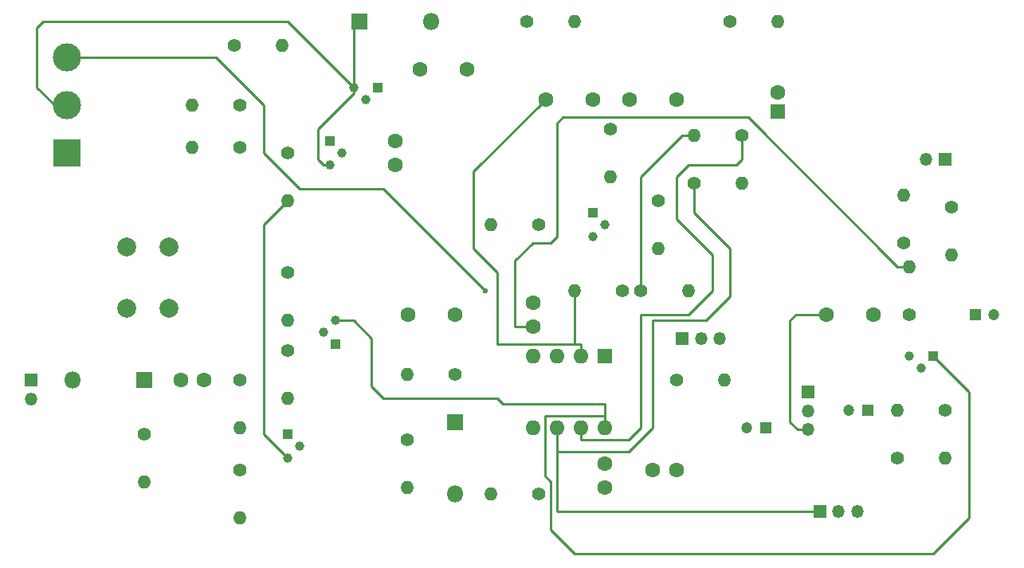
<source format=gbl>
%TF.GenerationSoftware,KiCad,Pcbnew,4.0.6*%
%TF.CreationDate,2018-03-29T20:35:18+02:00*%
%TF.ProjectId,808,3830382E6B696361645F706362000000,rev?*%
%TF.FileFunction,Copper,L2,Bot,Signal*%
%FSLAX46Y46*%
G04 Gerber Fmt 4.6, Leading zero omitted, Abs format (unit mm)*
G04 Created by KiCad (PCBNEW 4.0.6) date 2018 March 29, Thursday 20:35:18*
%MOMM*%
%LPD*%
G01*
G04 APERTURE LIST*
%ADD10C,0.100000*%
%ADD11C,1.600000*%
%ADD12R,1.200000X1.200000*%
%ADD13C,1.200000*%
%ADD14R,1.600000X1.600000*%
%ADD15R,1.800000X1.800000*%
%ADD16O,1.800000X1.800000*%
%ADD17R,1.350000X1.350000*%
%ADD18O,1.350000X1.350000*%
%ADD19C,1.000000*%
%ADD20R,1.000000X1.000000*%
%ADD21C,1.400000*%
%ADD22O,1.400000X1.400000*%
%ADD23C,2.000000*%
%ADD24O,1.600000X1.600000*%
%ADD25R,3.000000X3.000000*%
%ADD26C,3.000000*%
%ADD27C,0.600000*%
%ADD28C,0.250000*%
G04 APERTURE END LIST*
D10*
D11*
X67310000Y-121920000D03*
X64810000Y-121920000D03*
X87630000Y-96520000D03*
X87630000Y-99020000D03*
X93980000Y-114935000D03*
X88980000Y-114935000D03*
X95250000Y-88900000D03*
X90250000Y-88900000D03*
X108585000Y-92075000D03*
X103585000Y-92075000D03*
X117475000Y-92075000D03*
X112475000Y-92075000D03*
X109855000Y-133350000D03*
X109855000Y-130850000D03*
X102235000Y-116205000D03*
X102235000Y-113705000D03*
X117475000Y-131445000D03*
X114975000Y-131445000D03*
D12*
X127000000Y-127000000D03*
D13*
X125000000Y-127000000D03*
D12*
X137795000Y-125095000D03*
D13*
X135795000Y-125095000D03*
D14*
X128270000Y-93345000D03*
D11*
X128270000Y-91345000D03*
D12*
X149225000Y-114935000D03*
D13*
X151225000Y-114935000D03*
D11*
X138430000Y-114935000D03*
X133430000Y-114935000D03*
D15*
X60960000Y-121920000D03*
D16*
X53340000Y-121920000D03*
D15*
X93980000Y-126365000D03*
D16*
X93980000Y-133985000D03*
D15*
X83820000Y-83820000D03*
D16*
X91440000Y-83820000D03*
D17*
X48895000Y-121920000D03*
D18*
X48895000Y-123920000D03*
D17*
X146050000Y-98425000D03*
D18*
X144050000Y-98425000D03*
D19*
X81915000Y-97790000D03*
X80645000Y-99060000D03*
D20*
X80645000Y-96520000D03*
D19*
X77470000Y-128905000D03*
X76200000Y-130175000D03*
D20*
X76200000Y-127635000D03*
D19*
X80010000Y-116840000D03*
X81280000Y-115570000D03*
D20*
X81280000Y-118110000D03*
D19*
X84455000Y-92075000D03*
X83185000Y-90805000D03*
D20*
X85725000Y-90805000D03*
D19*
X109855000Y-105410000D03*
X108585000Y-106680000D03*
D20*
X108585000Y-104140000D03*
D19*
X143510000Y-120650000D03*
X142240000Y-119380000D03*
D20*
X144780000Y-119380000D03*
D21*
X60960000Y-127635000D03*
D22*
X60960000Y-132715000D03*
D21*
X71120000Y-97155000D03*
D22*
X66040000Y-97155000D03*
D21*
X76200000Y-97790000D03*
D22*
X76200000Y-102870000D03*
D21*
X71120000Y-121920000D03*
D22*
X71120000Y-127000000D03*
D21*
X71120000Y-131445000D03*
D22*
X71120000Y-136525000D03*
D21*
X71120000Y-92710000D03*
D22*
X66040000Y-92710000D03*
D21*
X76200000Y-110490000D03*
D22*
X76200000Y-115570000D03*
D21*
X76200000Y-118745000D03*
D22*
X76200000Y-123825000D03*
D21*
X70485000Y-86360000D03*
D22*
X75565000Y-86360000D03*
D21*
X93980000Y-121285000D03*
D22*
X88900000Y-121285000D03*
D21*
X102870000Y-105410000D03*
D22*
X97790000Y-105410000D03*
D21*
X88900000Y-128270000D03*
D22*
X88900000Y-133350000D03*
D21*
X101600000Y-83820000D03*
D22*
X106680000Y-83820000D03*
D21*
X111760000Y-112395000D03*
D22*
X106680000Y-112395000D03*
D21*
X110490000Y-95250000D03*
D22*
X110490000Y-100330000D03*
D21*
X115570000Y-102870000D03*
D22*
X115570000Y-107950000D03*
D21*
X113665000Y-112395000D03*
D22*
X118745000Y-112395000D03*
D21*
X117475000Y-121920000D03*
D22*
X122555000Y-121920000D03*
D21*
X123190000Y-83820000D03*
D22*
X128270000Y-83820000D03*
D21*
X119380000Y-100965000D03*
D22*
X119380000Y-95885000D03*
D21*
X102870000Y-133985000D03*
D22*
X97790000Y-133985000D03*
D21*
X124460000Y-95885000D03*
D22*
X124460000Y-100965000D03*
D21*
X146050000Y-125095000D03*
D22*
X140970000Y-125095000D03*
D21*
X140970000Y-130175000D03*
D22*
X146050000Y-130175000D03*
D21*
X142240000Y-114935000D03*
D22*
X142240000Y-109855000D03*
D21*
X146685000Y-103505000D03*
D22*
X146685000Y-108585000D03*
D21*
X141605000Y-107315000D03*
D22*
X141605000Y-102235000D03*
D17*
X118110000Y-117475000D03*
D18*
X120110000Y-117475000D03*
X122110000Y-117475000D03*
D17*
X131445000Y-123190000D03*
D18*
X131445000Y-125190000D03*
X131445000Y-127190000D03*
D17*
X132715000Y-135890000D03*
D18*
X134715000Y-135890000D03*
X136715000Y-135890000D03*
D23*
X63555000Y-114300000D03*
X59055000Y-114300000D03*
X63555000Y-107800000D03*
X59055000Y-107800000D03*
D14*
X109855000Y-119380000D03*
D24*
X102235000Y-127000000D03*
X107315000Y-119380000D03*
X104775000Y-127000000D03*
X104775000Y-119380000D03*
X107315000Y-127000000D03*
X102235000Y-119380000D03*
X109855000Y-127000000D03*
D25*
X52705000Y-97790000D03*
D26*
X52705000Y-92710000D03*
X52705000Y-87630000D03*
D27*
X97155000Y-112395000D03*
D28*
X52705000Y-92710000D02*
X51435000Y-92710000D01*
X51435000Y-92710000D02*
X49530000Y-90805000D01*
X49530000Y-90805000D02*
X49530000Y-84455000D01*
X49530000Y-84455000D02*
X50165000Y-83820000D01*
X50165000Y-83820000D02*
X76200000Y-83820000D01*
X76200000Y-83820000D02*
X83185000Y-90805000D01*
X131445000Y-127190000D02*
X130365000Y-127190000D01*
X130175000Y-114935000D02*
X133430000Y-114935000D01*
X129540000Y-115570000D02*
X130175000Y-114935000D01*
X129540000Y-126365000D02*
X129540000Y-115570000D01*
X130365000Y-127190000D02*
X129540000Y-126365000D01*
X83185000Y-90805000D02*
X83185000Y-91440000D01*
X80010000Y-99060000D02*
X80645000Y-99060000D01*
X79375000Y-98425000D02*
X80010000Y-99060000D01*
X79375000Y-95250000D02*
X79375000Y-98425000D01*
X83185000Y-91440000D02*
X79375000Y-95250000D01*
X83185000Y-90805000D02*
X83185000Y-84455000D01*
X83185000Y-84455000D02*
X83820000Y-83820000D01*
X76200000Y-130175000D02*
X73660000Y-127635000D01*
X73660000Y-127635000D02*
X73660000Y-105410000D01*
X73660000Y-105410000D02*
X76200000Y-102870000D01*
X106680000Y-112395000D02*
X106680000Y-118110000D01*
X107315000Y-119380000D02*
X107315000Y-118110000D01*
X95885000Y-99775000D02*
X103585000Y-92075000D01*
X95885000Y-107950000D02*
X95885000Y-99775000D01*
X98425000Y-110490000D02*
X95885000Y-107950000D01*
X98425000Y-118110000D02*
X98425000Y-110490000D01*
X107315000Y-118110000D02*
X106680000Y-118110000D01*
X106680000Y-118110000D02*
X98425000Y-118110000D01*
X113665000Y-112395000D02*
X113665000Y-100330000D01*
X118110000Y-95885000D02*
X119380000Y-95885000D01*
X113665000Y-100330000D02*
X118110000Y-95885000D01*
X109855000Y-127000000D02*
X109855000Y-124460000D01*
X83185000Y-115570000D02*
X81280000Y-115570000D01*
X85090000Y-117475000D02*
X83185000Y-115570000D01*
X85090000Y-122555000D02*
X85090000Y-117475000D01*
X86360000Y-123825000D02*
X85090000Y-122555000D01*
X98425000Y-123825000D02*
X86360000Y-123825000D01*
X99060000Y-124460000D02*
X98425000Y-123825000D01*
X109855000Y-124460000D02*
X99060000Y-124460000D01*
X109855000Y-127000000D02*
X109855000Y-125730000D01*
X148590000Y-123190000D02*
X144780000Y-119380000D01*
X148590000Y-136525000D02*
X148590000Y-123190000D01*
X144780000Y-140335000D02*
X148590000Y-136525000D01*
X106680000Y-140335000D02*
X144780000Y-140335000D01*
X104140000Y-137795000D02*
X106680000Y-140335000D01*
X104140000Y-132715000D02*
X104140000Y-137795000D01*
X103505000Y-132080000D02*
X104140000Y-132715000D01*
X103505000Y-125730000D02*
X103505000Y-132080000D01*
X109855000Y-125730000D02*
X103505000Y-125730000D01*
X52705000Y-87630000D02*
X68580000Y-87630000D01*
X86360000Y-101600000D02*
X97155000Y-112395000D01*
X77470000Y-101600000D02*
X86360000Y-101600000D01*
X73660000Y-97790000D02*
X77470000Y-101600000D01*
X73660000Y-92710000D02*
X73660000Y-97790000D01*
X68580000Y-87630000D02*
X73660000Y-92710000D01*
X102235000Y-116205000D02*
X100330000Y-116205000D01*
X140970000Y-109855000D02*
X142240000Y-109855000D01*
X125095000Y-93980000D02*
X140970000Y-109855000D01*
X105410000Y-93980000D02*
X125095000Y-93980000D01*
X104775000Y-94615000D02*
X105410000Y-93980000D01*
X104775000Y-106680000D02*
X104775000Y-94615000D01*
X104140000Y-107315000D02*
X104775000Y-106680000D01*
X102235000Y-107315000D02*
X104140000Y-107315000D01*
X100330000Y-109220000D02*
X102235000Y-107315000D01*
X100330000Y-116205000D02*
X100330000Y-109220000D01*
X124460000Y-95885000D02*
X124460000Y-98425000D01*
X107315000Y-128270000D02*
X107315000Y-127000000D01*
X112395000Y-128270000D02*
X107315000Y-128270000D01*
X113665000Y-127000000D02*
X112395000Y-128270000D01*
X113665000Y-125730000D02*
X113665000Y-127000000D01*
X113665000Y-114935000D02*
X113665000Y-125730000D01*
X118745000Y-114935000D02*
X113665000Y-114935000D01*
X121285000Y-112395000D02*
X118745000Y-114935000D01*
X121285000Y-108585000D02*
X121285000Y-112395000D01*
X117475000Y-104775000D02*
X121285000Y-108585000D01*
X117475000Y-100330000D02*
X117475000Y-104775000D01*
X118745000Y-99060000D02*
X117475000Y-100330000D01*
X123825000Y-99060000D02*
X118745000Y-99060000D01*
X124460000Y-98425000D02*
X123825000Y-99060000D01*
X119380000Y-100965000D02*
X119380000Y-104140000D01*
X112395000Y-129540000D02*
X104775000Y-129540000D01*
X114935000Y-127000000D02*
X112395000Y-129540000D01*
X114935000Y-115570000D02*
X114935000Y-127000000D01*
X120650000Y-115570000D02*
X114935000Y-115570000D01*
X123190000Y-113030000D02*
X120650000Y-115570000D01*
X123190000Y-107950000D02*
X123190000Y-113030000D01*
X119380000Y-104140000D02*
X123190000Y-107950000D01*
X132715000Y-135890000D02*
X104775000Y-135890000D01*
X104775000Y-135890000D02*
X104775000Y-129540000D01*
X104775000Y-129540000D02*
X104775000Y-127000000D01*
M02*

</source>
